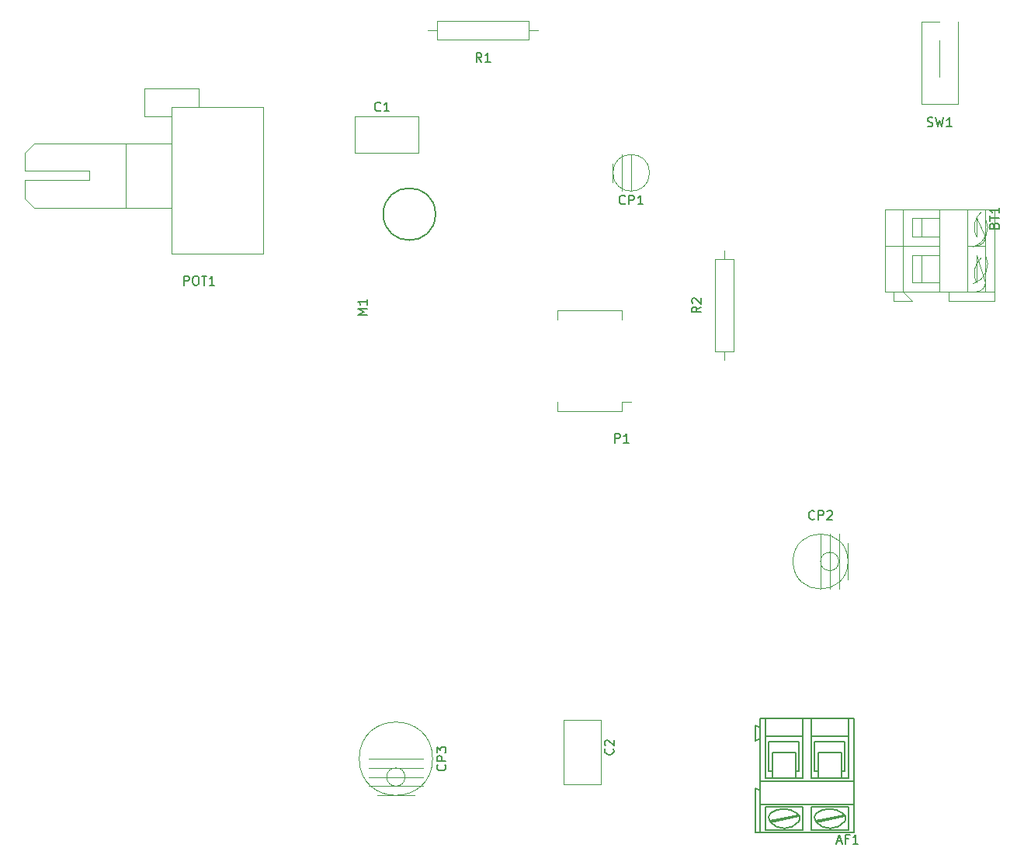
<source format=gbr>
G04 #@! TF.FileFunction,Legend,Top*
%FSLAX46Y46*%
G04 Gerber Fmt 4.6, Leading zero omitted, Abs format (unit mm)*
G04 Created by KiCad (PCBNEW 4.0.2+dfsg1-stable) date Ter 27 Nov 2018 10:20:08 -02*
%MOMM*%
G01*
G04 APERTURE LIST*
%ADD10C,0.100000*%
%ADD11C,0.150000*%
G04 APERTURE END LIST*
D10*
X200565000Y-88535000D02*
X200565000Y-90535000D01*
X200565000Y-90535000D02*
X202565000Y-90535000D01*
X202565000Y-88535000D02*
X202565000Y-90535000D01*
X200565000Y-88535000D02*
X202565000Y-88535000D01*
X200565000Y-92535000D02*
X200565000Y-95535000D01*
X200565000Y-95535000D02*
X202565000Y-95535000D01*
X202565000Y-92535000D02*
X202565000Y-95535000D01*
X200565000Y-92535000D02*
X202565000Y-92535000D01*
X208565000Y-96535000D02*
X205565000Y-96535000D01*
X208565000Y-96535000D02*
X208565000Y-87535000D01*
X208565000Y-96535000D02*
X208565000Y-97535000D01*
X208565000Y-97535000D02*
X203565000Y-97535000D01*
X203565000Y-97535000D02*
X203565000Y-96535000D01*
X197565000Y-97535000D02*
X197565000Y-96535000D01*
X197565000Y-96535000D02*
X196565000Y-96535000D01*
X199565000Y-97535000D02*
X198565000Y-96535000D01*
X198565000Y-96535000D02*
X197565000Y-96535000D01*
X199565000Y-97535000D02*
X197565000Y-97535000D01*
X196565000Y-91535000D02*
X198565000Y-91535000D01*
X202565000Y-96535000D02*
X198565000Y-96535000D01*
X196565000Y-91535000D02*
X196565000Y-96535000D01*
X196565000Y-96535000D02*
X196565000Y-96535000D01*
X196565000Y-91535000D02*
X198565000Y-91535000D01*
X196565000Y-91535000D02*
X196565000Y-91535000D01*
X202565000Y-87535000D02*
X198565000Y-87535000D01*
X196565000Y-87535000D02*
X196565000Y-87535000D01*
X196565000Y-87535000D02*
X196565000Y-91535000D01*
X198565000Y-91535000D02*
X198565000Y-96535000D01*
X198565000Y-91535000D02*
X202565000Y-91535000D01*
X198565000Y-96535000D02*
X196565000Y-96535000D01*
X198565000Y-91535000D02*
X198565000Y-87535000D01*
X198565000Y-91535000D02*
X202565000Y-91535000D01*
X198565000Y-87535000D02*
X196565000Y-87535000D01*
X199565000Y-95535000D02*
X202565000Y-95535000D01*
X199565000Y-95535000D02*
X199565000Y-92535000D01*
X199565000Y-92535000D02*
X202565000Y-92535000D01*
X199565000Y-90535000D02*
X202565000Y-90535000D01*
X199565000Y-90535000D02*
X199565000Y-88535000D01*
X199565000Y-88535000D02*
X202565000Y-88535000D01*
X202565000Y-88535000D02*
X202565000Y-88535000D01*
X202565000Y-90535000D02*
X202565000Y-90535000D01*
X202565000Y-92535000D02*
X202565000Y-92535000D01*
X202565000Y-95535000D02*
X202565000Y-95535000D01*
X196565000Y-87535000D02*
X202565000Y-87535000D01*
X202565000Y-87535000D02*
X205565000Y-87535000D01*
X203565000Y-96535000D02*
X202565000Y-96535000D01*
X202565000Y-96535000D02*
X198565000Y-96535000D01*
X205565000Y-87535000D02*
X205565000Y-96535000D01*
X205565000Y-87535000D02*
X208565000Y-87535000D01*
X205565000Y-96535000D02*
X203565000Y-96535000D01*
X205565000Y-91535000D02*
X207565000Y-91535000D01*
X207565000Y-91535000D02*
X207565000Y-96535000D01*
X207565000Y-96535000D02*
X205565000Y-96535000D01*
X205565000Y-96535000D02*
X205565000Y-91535000D01*
X205565000Y-91535000D02*
X207565000Y-91535000D01*
X205565000Y-91535000D02*
X205565000Y-87535000D01*
X205565000Y-87535000D02*
X207565000Y-87535000D01*
X207565000Y-91535000D02*
X207565000Y-87535000D01*
X206565000Y-92535000D02*
X207565000Y-95535000D01*
X206565000Y-92535000D02*
X206565000Y-95535000D01*
X206565000Y-88535000D02*
X207565000Y-90535000D01*
X206565000Y-88535000D02*
X206565000Y-90535000D01*
X202565000Y-87535000D02*
X202565000Y-88535000D01*
X202565000Y-91535000D02*
X202565000Y-90535000D01*
X202565000Y-90535000D02*
X202565000Y-88535000D01*
X202565000Y-87535000D02*
X202565000Y-88535000D01*
X202565000Y-88535000D02*
X202565000Y-90535000D01*
X202565000Y-90535000D02*
X202565000Y-92535000D01*
X202565000Y-96535000D02*
X202565000Y-95535000D01*
X202565000Y-95535000D02*
X202565000Y-92535000D01*
X202565000Y-96535000D02*
X202565000Y-95535000D01*
X202565000Y-91535000D02*
X202565000Y-92535000D01*
X202565000Y-92535000D02*
X202565000Y-95535000D01*
X206565000Y-96535000D02*
G75*
G03X207565000Y-95535000I0J1000000D01*
G01*
X207081436Y-92861967D02*
G75*
G03X206565000Y-95535000I1483564J-1673033D01*
G01*
X206202511Y-95678264D02*
G75*
G03X207565000Y-92535000I-637511J2143264D01*
G01*
X206565000Y-92535000D02*
G75*
G03X206565000Y-92535000I0J0D01*
G01*
X206565000Y-91535000D02*
G75*
G03X207565000Y-90535000I0J1000000D01*
G01*
X207081436Y-87861967D02*
G75*
G03X206565000Y-90535000I1483564J-1673033D01*
G01*
X206202511Y-91678264D02*
G75*
G03X207565000Y-88535000I-637511J2143264D01*
G01*
X206565000Y-88535000D02*
G75*
G03X206565000Y-88535000I0J0D01*
G01*
X138750800Y-77400400D02*
X145750800Y-77400400D01*
X145750800Y-77400400D02*
X145750800Y-81400400D01*
X145750800Y-81400400D02*
X138750800Y-81400400D01*
X138750800Y-81400400D02*
X138750800Y-77400400D01*
X165576000Y-143272000D02*
X165576000Y-150272000D01*
X165576000Y-150272000D02*
X161576000Y-150272000D01*
X161576000Y-150272000D02*
X161576000Y-143272000D01*
X161576000Y-143272000D02*
X165576000Y-143272000D01*
X146260000Y-147510000D02*
X140260000Y-147510000D01*
X146260000Y-147510000D02*
X140260000Y-147510000D01*
X146260000Y-148510000D02*
X140260000Y-148510000D01*
X146260000Y-148510000D02*
X140260000Y-148510000D01*
X146260000Y-148510000D02*
X140260000Y-148510000D01*
X146260000Y-148510000D02*
X143260000Y-148510000D01*
X143260000Y-148510000D02*
X140260000Y-148510000D01*
X146260000Y-148510000D02*
X143260000Y-148510000D01*
X143260000Y-148510000D02*
X140260000Y-148510000D01*
X146260000Y-148510000D02*
X143260000Y-148510000D01*
X143260000Y-148510000D02*
X140260000Y-148510000D01*
X146260000Y-148510000D02*
X143260000Y-148510000D01*
X143260000Y-148510000D02*
X140260000Y-148510000D01*
X146260000Y-149510000D02*
X143260000Y-149510000D01*
X143260000Y-149510000D02*
X140260000Y-149510000D01*
X146260000Y-149510000D02*
X143260000Y-149510000D01*
X143260000Y-149510000D02*
X140260000Y-149510000D01*
X146260000Y-149510000D02*
X143260000Y-149510000D01*
X143260000Y-149510000D02*
X140260000Y-149510000D01*
X146260000Y-149510000D02*
X144260000Y-149510000D01*
X142260000Y-149510000D02*
X140260000Y-149510000D01*
X146260000Y-149510000D02*
X143260000Y-149510000D01*
X143260000Y-149510000D02*
X140260000Y-149510000D01*
X146260000Y-149510000D02*
X143260000Y-149510000D01*
X143260000Y-149510000D02*
X140260000Y-149510000D01*
X146260000Y-149510000D02*
X143260000Y-149510000D01*
X143260000Y-149510000D02*
X140260000Y-149510000D01*
X146260000Y-150510000D02*
X143260000Y-150510000D01*
X143260000Y-150510000D02*
X140260000Y-150510000D01*
X146260000Y-150510000D02*
X143260000Y-150510000D01*
X143260000Y-150510000D02*
X140260000Y-150510000D01*
X146260000Y-150510000D02*
X143260000Y-150510000D01*
X143260000Y-150510000D02*
X140260000Y-150510000D01*
X145260000Y-150510000D02*
X143260000Y-150510000D01*
X143260000Y-150510000D02*
X141260000Y-150510000D01*
X145260000Y-150510000D02*
X141260000Y-150510000D01*
X145260000Y-150510000D02*
X141260000Y-150510000D01*
X145260000Y-150510000D02*
X141260000Y-150510000D01*
X145260000Y-151510000D02*
X141260000Y-151510000D01*
X145260000Y-151510000D02*
X141260000Y-151510000D01*
X144260000Y-151510000D02*
X142260000Y-151510000D01*
X144260000Y-151510000D02*
X142260000Y-151510000D01*
X144260000Y-151510000D02*
X142260000Y-151510000D01*
X143260000Y-151510000D02*
X143260000Y-151510000D01*
X144260000Y-149510000D02*
G75*
G03X144260000Y-149510000I-1000000J0D01*
G01*
X147260000Y-147510000D02*
G75*
G03X147260000Y-147510000I-4000000J0D01*
G01*
D11*
X147569806Y-88080000D02*
G75*
G03X147569806Y-88080000I-2839806J0D01*
G01*
D10*
X167894000Y-109569000D02*
X167894000Y-108569000D01*
X160894000Y-109569000D02*
X160894000Y-108569000D01*
X160894000Y-98569000D02*
X160894000Y-99569000D01*
X167894000Y-98569000D02*
X167894000Y-99569000D01*
X167894000Y-109569000D02*
X160894000Y-109569000D01*
X167894000Y-98569000D02*
X160894000Y-98569000D01*
X167894000Y-108569000D02*
X168894000Y-108569000D01*
X102793000Y-84375000D02*
X102793000Y-86375000D01*
X102793000Y-81375000D02*
X102793000Y-83375000D01*
X109793000Y-84375000D02*
X109793000Y-83375000D01*
X121793000Y-74375000D02*
X115793000Y-74375000D01*
X115793000Y-74375000D02*
X115793000Y-77375000D01*
X115793000Y-77375000D02*
X118793000Y-77375000D01*
X121793000Y-74375000D02*
X121793000Y-76375000D01*
X109793000Y-83375000D02*
X102793000Y-83375000D01*
X102793000Y-84375000D02*
X109793000Y-84375000D01*
X113793000Y-87375000D02*
X103793000Y-87375000D01*
X103793000Y-87375000D02*
X102793000Y-86375000D01*
X102793000Y-81375000D02*
X103793000Y-80375000D01*
X103793000Y-80375000D02*
X113793000Y-80375000D01*
X118793000Y-87375000D02*
X113793000Y-87375000D01*
X113793000Y-87375000D02*
X113793000Y-80375000D01*
X113793000Y-80375000D02*
X118793000Y-80375000D01*
X118793000Y-92375000D02*
X118793000Y-76375000D01*
X118793000Y-76375000D02*
X128793000Y-76375000D01*
X128793000Y-76375000D02*
X128793000Y-92375000D01*
X128793000Y-92375000D02*
X118793000Y-92375000D01*
X157766000Y-69021200D02*
X157766000Y-67021200D01*
X157766000Y-67021200D02*
X147766000Y-67021200D01*
X147766000Y-67021200D02*
X147766000Y-69021200D01*
X147766000Y-69021200D02*
X157766000Y-69021200D01*
X146766000Y-68021200D02*
X147766000Y-68021200D01*
X158766000Y-68021200D02*
X157766000Y-68021200D01*
X178070000Y-103030000D02*
X180070000Y-103030000D01*
X180070000Y-103030000D02*
X180070000Y-93030000D01*
X180070000Y-93030000D02*
X178070000Y-93030000D01*
X178070000Y-93030000D02*
X178070000Y-103030000D01*
X179070000Y-92030000D02*
X179070000Y-93030000D01*
X179070000Y-104030000D02*
X179070000Y-103030000D01*
X204565000Y-76072000D02*
X200565000Y-76072000D01*
X202565000Y-67072000D02*
X200565000Y-67072000D01*
X204565000Y-76072000D02*
X204565000Y-67072000D01*
X200565000Y-76072000D02*
X200565000Y-67072000D01*
X202565000Y-71072000D02*
X202565000Y-71072000D01*
X202565000Y-73072000D02*
X202565000Y-69072000D01*
X202565000Y-69072000D02*
X202565000Y-69072000D01*
X202565000Y-69072000D02*
X202565000Y-73072000D01*
X202565000Y-73072000D02*
X202565000Y-73072000D01*
D11*
X191861200Y-146812000D02*
X189321200Y-146812000D01*
X189321200Y-146812000D02*
X189321200Y-149606000D01*
X191861200Y-149606000D02*
X189321200Y-149606000D01*
X191861200Y-146812000D02*
X191861200Y-149606000D01*
X186857400Y-146812000D02*
X184317400Y-146812000D01*
X184317400Y-146812000D02*
X184317400Y-149606000D01*
X186857400Y-149606000D02*
X184317400Y-149606000D01*
X186857400Y-146812000D02*
X186857400Y-149606000D01*
X182996600Y-155575000D02*
X182996600Y-152527000D01*
X182996600Y-155575000D02*
X193181600Y-155575000D01*
X182996600Y-155575000D02*
X182488600Y-155575000D01*
X182488600Y-155575000D02*
X182488600Y-150749000D01*
X182488600Y-150749000D02*
X182996600Y-151003000D01*
X182488600Y-143891000D02*
X182996600Y-144145000D01*
X182996600Y-144145000D02*
X182996600Y-143129000D01*
X182488600Y-145542000D02*
X182996600Y-145288000D01*
X182996600Y-145288000D02*
X182996600Y-144145000D01*
X182488600Y-145542000D02*
X182488600Y-143891000D01*
X187619400Y-143129000D02*
X187619400Y-145034000D01*
X183555400Y-149606000D02*
X183555400Y-145034000D01*
X187619400Y-143129000D02*
X183555400Y-143129000D01*
X183555400Y-143129000D02*
X182996600Y-143129000D01*
X188559200Y-143129000D02*
X188559200Y-145034000D01*
X188559200Y-143129000D02*
X187619400Y-143129000D01*
X192623200Y-149606000D02*
X192623200Y-145034000D01*
X193181600Y-143129000D02*
X192623200Y-143129000D01*
X192623200Y-143129000D02*
X188559200Y-143129000D01*
X187619400Y-145034000D02*
X183555400Y-145034000D01*
X187619400Y-145034000D02*
X187619400Y-149606000D01*
X183555400Y-145034000D02*
X183555400Y-143129000D01*
X188559200Y-145034000D02*
X192623200Y-145034000D01*
X188559200Y-145034000D02*
X188559200Y-149606000D01*
X192623200Y-145034000D02*
X192623200Y-143129000D01*
X183936400Y-145669000D02*
X183936400Y-148844000D01*
X183936400Y-145669000D02*
X187238400Y-145669000D01*
X187238400Y-145669000D02*
X187238400Y-148844000D01*
X188940200Y-145669000D02*
X188940200Y-148844000D01*
X188940200Y-145669000D02*
X192242200Y-145669000D01*
X192242200Y-145669000D02*
X192242200Y-148844000D01*
X192242200Y-148844000D02*
X191861200Y-148844000D01*
X188940200Y-148844000D02*
X189321200Y-148844000D01*
X187238400Y-148844000D02*
X186857400Y-148844000D01*
X183936400Y-148844000D02*
X184317400Y-148844000D01*
X193181600Y-143129000D02*
X193181600Y-149987000D01*
X193181600Y-149987000D02*
X193181600Y-152527000D01*
X182996600Y-151003000D02*
X182996600Y-149987000D01*
X182996600Y-149987000D02*
X182996600Y-145288000D01*
X193181600Y-152527000D02*
X182996600Y-152527000D01*
X193181600Y-152527000D02*
X193181600Y-155575000D01*
X182996600Y-152527000D02*
X182996600Y-151003000D01*
X187619400Y-152781000D02*
X187619400Y-155321000D01*
X187619400Y-155321000D02*
X183555400Y-155321000D01*
X183555400Y-155321000D02*
X183555400Y-152781000D01*
X183555400Y-152781000D02*
X187619400Y-152781000D01*
X188559200Y-152781000D02*
X188559200Y-155321000D01*
X188559200Y-152781000D02*
X192623200Y-152781000D01*
X192623200Y-152781000D02*
X192623200Y-155321000D01*
X188559200Y-155321000D02*
X192623200Y-155321000D01*
X187213000Y-153797000D02*
X184165000Y-154432000D01*
X187086000Y-153670000D02*
X184038000Y-154305000D01*
X192216800Y-153797000D02*
X189166260Y-154432000D01*
X192089800Y-153670000D02*
X189041800Y-154305000D01*
X192623200Y-149606000D02*
X192242200Y-149606000D01*
X188559200Y-149606000D02*
X188940200Y-149606000D01*
X188940200Y-149606000D02*
X192242200Y-149606000D01*
X193181600Y-149987000D02*
X192242200Y-149987000D01*
X192242200Y-149987000D02*
X188940200Y-149987000D01*
X188940200Y-149987000D02*
X187238400Y-149987000D01*
X182996600Y-149987000D02*
X183936400Y-149987000D01*
X183936400Y-149987000D02*
X187238400Y-149987000D01*
X183555400Y-149606000D02*
X183936400Y-149606000D01*
X187619400Y-149606000D02*
X187238400Y-149606000D01*
X187238400Y-149606000D02*
X183936400Y-149606000D01*
X184118628Y-153437430D02*
G75*
G03X184065940Y-154404060I452772J-509430D01*
G01*
X187061328Y-153517104D02*
G75*
G03X184073560Y-153469340I-1524728J-1905496D01*
G01*
X184062189Y-154408844D02*
G75*
G03X187213000Y-154355800I1553151J1348444D01*
G01*
X187161697Y-154405481D02*
G75*
G03X187019960Y-153479500I-431297J407821D01*
G01*
X189122451Y-153434890D02*
G75*
G03X189067200Y-154404060I452749J-511970D01*
G01*
X192062588Y-153517104D02*
G75*
G03X189074820Y-153469340I-1524728J-1905496D01*
G01*
X189060027Y-154413847D02*
G75*
G03X192216800Y-154355800I1554033J1353447D01*
G01*
X192166120Y-154403019D02*
G75*
G03X192021220Y-153479500I-431920J405359D01*
G01*
D10*
X168926000Y-85566000D02*
X168926000Y-81566000D01*
X168926000Y-85566000D02*
X168926000Y-83566000D01*
X168926000Y-83566000D02*
X168926000Y-81566000D01*
X168926000Y-85566000D02*
X168926000Y-83566000D01*
X168926000Y-83566000D02*
X168926000Y-81566000D01*
X168926000Y-85566000D02*
X168926000Y-83566000D01*
X168926000Y-83566000D02*
X168926000Y-81566000D01*
X168926000Y-85566000D02*
X168926000Y-83566000D01*
X168926000Y-83566000D02*
X168926000Y-81566000D01*
X168926000Y-85566000D02*
X168926000Y-83566000D01*
X168926000Y-83566000D02*
X168926000Y-81566000D01*
X168926000Y-85566000D02*
X168926000Y-83566000D01*
X168926000Y-83566000D02*
X168926000Y-81566000D01*
X167926000Y-85566000D02*
X167926000Y-83566000D01*
X167926000Y-83566000D02*
X167926000Y-81566000D01*
X167926000Y-85566000D02*
X167926000Y-83566000D01*
X167926000Y-83566000D02*
X167926000Y-81566000D01*
X167926000Y-85566000D02*
X167926000Y-83566000D01*
X167926000Y-83566000D02*
X167926000Y-81566000D01*
X167926000Y-85566000D02*
X167926000Y-83566000D01*
X167926000Y-83566000D02*
X167926000Y-81566000D01*
X167926000Y-84566000D02*
X167926000Y-83566000D01*
X167926000Y-83566000D02*
X167926000Y-82566000D01*
X167926000Y-84566000D02*
X167926000Y-83566000D01*
X167926000Y-83566000D02*
X167926000Y-82566000D01*
X167926000Y-84566000D02*
X167926000Y-82566000D01*
X166926000Y-84566000D02*
X166926000Y-82566000D01*
X166926000Y-84566000D02*
X166926000Y-82566000D01*
X166926000Y-83566000D02*
X166926000Y-83566000D01*
X166926000Y-83566000D02*
X166926000Y-83566000D01*
X167926000Y-83566000D02*
G75*
G03X167926000Y-83566000I0J0D01*
G01*
X170926000Y-83566000D02*
G75*
G03X170926000Y-83566000I-2000000J0D01*
G01*
X189569600Y-122984000D02*
X189569600Y-128984000D01*
X189569600Y-122984000D02*
X189569600Y-128984000D01*
X189569600Y-122984000D02*
X189569600Y-125984000D01*
X189569600Y-125984000D02*
X189569600Y-128984000D01*
X189569600Y-122984000D02*
X189569600Y-125984000D01*
X189569600Y-125984000D02*
X189569600Y-128984000D01*
X189569600Y-122984000D02*
X189569600Y-125984000D01*
X189569600Y-125984000D02*
X189569600Y-128984000D01*
X190569600Y-122984000D02*
X190569600Y-125984000D01*
X190569600Y-125984000D02*
X190569600Y-128984000D01*
X190569600Y-122984000D02*
X190569600Y-125984000D01*
X190569600Y-125984000D02*
X190569600Y-128984000D01*
X190569600Y-122984000D02*
X190569600Y-125984000D01*
X190569600Y-125984000D02*
X190569600Y-128984000D01*
X190569600Y-122984000D02*
X190569600Y-125984000D01*
X190569600Y-125984000D02*
X190569600Y-128984000D01*
X190569600Y-122984000D02*
X190569600Y-125984000D01*
X190569600Y-125984000D02*
X190569600Y-128984000D01*
X190569600Y-122984000D02*
X190569600Y-125984000D01*
X190569600Y-125984000D02*
X190569600Y-128984000D01*
X190569600Y-122984000D02*
X190569600Y-125984000D01*
X190569600Y-125984000D02*
X190569600Y-128984000D01*
X191569600Y-122984000D02*
X191569600Y-125984000D01*
X191569600Y-125984000D02*
X191569600Y-128984000D01*
X191569600Y-122984000D02*
X191569600Y-125984000D01*
X191569600Y-125984000D02*
X191569600Y-128984000D01*
X191569600Y-122984000D02*
X191569600Y-125984000D01*
X191569600Y-125984000D02*
X191569600Y-128984000D01*
X191569600Y-122984000D02*
X191569600Y-125984000D01*
X191569600Y-125984000D02*
X191569600Y-128984000D01*
X191569600Y-123984000D02*
X191569600Y-127984000D01*
X191569600Y-123984000D02*
X191569600Y-127984000D01*
X191569600Y-123984000D02*
X191569600Y-127984000D01*
X191569600Y-123984000D02*
X191569600Y-127984000D01*
X192569600Y-123984000D02*
X192569600Y-127984000D01*
X192569600Y-123984000D02*
X192569600Y-127984000D01*
X192569600Y-123984000D02*
X192569600Y-127984000D01*
X192569600Y-124984000D02*
X192569600Y-126984000D01*
X192569600Y-124984000D02*
X192569600Y-126984000D01*
X192569600Y-124984000D02*
X192569600Y-126984000D01*
X192569600Y-125984000D02*
X192569600Y-125984000D01*
X191569600Y-125984000D02*
G75*
G03X191569600Y-125984000I-1000000J0D01*
G01*
X192569600Y-125984000D02*
G75*
G03X192569600Y-125984000I-3000000J0D01*
G01*
D11*
X208493571Y-89320714D02*
X208541190Y-89177857D01*
X208588810Y-89130238D01*
X208684048Y-89082619D01*
X208826905Y-89082619D01*
X208922143Y-89130238D01*
X208969762Y-89177857D01*
X209017381Y-89273095D01*
X209017381Y-89654048D01*
X208017381Y-89654048D01*
X208017381Y-89320714D01*
X208065000Y-89225476D01*
X208112619Y-89177857D01*
X208207857Y-89130238D01*
X208303095Y-89130238D01*
X208398333Y-89177857D01*
X208445952Y-89225476D01*
X208493571Y-89320714D01*
X208493571Y-89654048D01*
X208017381Y-88796905D02*
X208017381Y-88225476D01*
X209017381Y-88511191D02*
X208017381Y-88511191D01*
X209017381Y-87368333D02*
X209017381Y-87939762D01*
X209017381Y-87654048D02*
X208017381Y-87654048D01*
X208160238Y-87749286D01*
X208255476Y-87844524D01*
X208303095Y-87939762D01*
X141584134Y-76757543D02*
X141536515Y-76805162D01*
X141393658Y-76852781D01*
X141298420Y-76852781D01*
X141155562Y-76805162D01*
X141060324Y-76709924D01*
X141012705Y-76614686D01*
X140965086Y-76424210D01*
X140965086Y-76281352D01*
X141012705Y-76090876D01*
X141060324Y-75995638D01*
X141155562Y-75900400D01*
X141298420Y-75852781D01*
X141393658Y-75852781D01*
X141536515Y-75900400D01*
X141584134Y-75948019D01*
X142536515Y-76852781D02*
X141965086Y-76852781D01*
X142250800Y-76852781D02*
X142250800Y-75852781D01*
X142155562Y-75995638D01*
X142060324Y-76090876D01*
X141965086Y-76138495D01*
X166933143Y-146438666D02*
X166980762Y-146486285D01*
X167028381Y-146629142D01*
X167028381Y-146724380D01*
X166980762Y-146867238D01*
X166885524Y-146962476D01*
X166790286Y-147010095D01*
X166599810Y-147057714D01*
X166456952Y-147057714D01*
X166266476Y-147010095D01*
X166171238Y-146962476D01*
X166076000Y-146867238D01*
X166028381Y-146724380D01*
X166028381Y-146629142D01*
X166076000Y-146486285D01*
X166123619Y-146438666D01*
X166123619Y-146057714D02*
X166076000Y-146010095D01*
X166028381Y-145914857D01*
X166028381Y-145676761D01*
X166076000Y-145581523D01*
X166123619Y-145533904D01*
X166218857Y-145486285D01*
X166314095Y-145486285D01*
X166456952Y-145533904D01*
X167028381Y-146105333D01*
X167028381Y-145486285D01*
X148617143Y-148176666D02*
X148664762Y-148224285D01*
X148712381Y-148367142D01*
X148712381Y-148462380D01*
X148664762Y-148605238D01*
X148569524Y-148700476D01*
X148474286Y-148748095D01*
X148283810Y-148795714D01*
X148140952Y-148795714D01*
X147950476Y-148748095D01*
X147855238Y-148700476D01*
X147760000Y-148605238D01*
X147712381Y-148462380D01*
X147712381Y-148367142D01*
X147760000Y-148224285D01*
X147807619Y-148176666D01*
X148712381Y-147748095D02*
X147712381Y-147748095D01*
X147712381Y-147367142D01*
X147760000Y-147271904D01*
X147807619Y-147224285D01*
X147902857Y-147176666D01*
X148045714Y-147176666D01*
X148140952Y-147224285D01*
X148188571Y-147271904D01*
X148236190Y-147367142D01*
X148236190Y-147748095D01*
X147712381Y-146843333D02*
X147712381Y-146224285D01*
X148093333Y-146557619D01*
X148093333Y-146414761D01*
X148140952Y-146319523D01*
X148188571Y-146271904D01*
X148283810Y-146224285D01*
X148521905Y-146224285D01*
X148617143Y-146271904D01*
X148664762Y-146319523D01*
X148712381Y-146414761D01*
X148712381Y-146700476D01*
X148664762Y-146795714D01*
X148617143Y-146843333D01*
X140102381Y-99049524D02*
X139102381Y-99049524D01*
X139816667Y-98716190D01*
X139102381Y-98382857D01*
X140102381Y-98382857D01*
X140102381Y-97382857D02*
X140102381Y-97954286D01*
X140102381Y-97668572D02*
X139102381Y-97668572D01*
X139245238Y-97763810D01*
X139340476Y-97859048D01*
X139388095Y-97954286D01*
X167155905Y-113021381D02*
X167155905Y-112021381D01*
X167536858Y-112021381D01*
X167632096Y-112069000D01*
X167679715Y-112116619D01*
X167727334Y-112211857D01*
X167727334Y-112354714D01*
X167679715Y-112449952D01*
X167632096Y-112497571D01*
X167536858Y-112545190D01*
X167155905Y-112545190D01*
X168679715Y-113021381D02*
X168108286Y-113021381D01*
X168394000Y-113021381D02*
X168394000Y-112021381D01*
X168298762Y-112164238D01*
X168203524Y-112259476D01*
X168108286Y-112307095D01*
X120150143Y-95827381D02*
X120150143Y-94827381D01*
X120531096Y-94827381D01*
X120626334Y-94875000D01*
X120673953Y-94922619D01*
X120721572Y-95017857D01*
X120721572Y-95160714D01*
X120673953Y-95255952D01*
X120626334Y-95303571D01*
X120531096Y-95351190D01*
X120150143Y-95351190D01*
X121340619Y-94827381D02*
X121531096Y-94827381D01*
X121626334Y-94875000D01*
X121721572Y-94970238D01*
X121769191Y-95160714D01*
X121769191Y-95494048D01*
X121721572Y-95684524D01*
X121626334Y-95779762D01*
X121531096Y-95827381D01*
X121340619Y-95827381D01*
X121245381Y-95779762D01*
X121150143Y-95684524D01*
X121102524Y-95494048D01*
X121102524Y-95160714D01*
X121150143Y-94970238D01*
X121245381Y-94875000D01*
X121340619Y-94827381D01*
X122054905Y-94827381D02*
X122626334Y-94827381D01*
X122340619Y-95827381D02*
X122340619Y-94827381D01*
X123483477Y-95827381D02*
X122912048Y-95827381D01*
X123197762Y-95827381D02*
X123197762Y-94827381D01*
X123102524Y-94970238D01*
X123007286Y-95065476D01*
X122912048Y-95113095D01*
X152599334Y-71473581D02*
X152266000Y-70997390D01*
X152027905Y-71473581D02*
X152027905Y-70473581D01*
X152408858Y-70473581D01*
X152504096Y-70521200D01*
X152551715Y-70568819D01*
X152599334Y-70664057D01*
X152599334Y-70806914D01*
X152551715Y-70902152D01*
X152504096Y-70949771D01*
X152408858Y-70997390D01*
X152027905Y-70997390D01*
X153551715Y-71473581D02*
X152980286Y-71473581D01*
X153266000Y-71473581D02*
X153266000Y-70473581D01*
X153170762Y-70616438D01*
X153075524Y-70711676D01*
X152980286Y-70759295D01*
X176522381Y-98196666D02*
X176046190Y-98530000D01*
X176522381Y-98768095D02*
X175522381Y-98768095D01*
X175522381Y-98387142D01*
X175570000Y-98291904D01*
X175617619Y-98244285D01*
X175712857Y-98196666D01*
X175855714Y-98196666D01*
X175950952Y-98244285D01*
X175998571Y-98291904D01*
X176046190Y-98387142D01*
X176046190Y-98768095D01*
X175617619Y-97815714D02*
X175570000Y-97768095D01*
X175522381Y-97672857D01*
X175522381Y-97434761D01*
X175570000Y-97339523D01*
X175617619Y-97291904D01*
X175712857Y-97244285D01*
X175808095Y-97244285D01*
X175950952Y-97291904D01*
X176522381Y-97863333D01*
X176522381Y-97244285D01*
X201231667Y-78476762D02*
X201374524Y-78524381D01*
X201612620Y-78524381D01*
X201707858Y-78476762D01*
X201755477Y-78429143D01*
X201803096Y-78333905D01*
X201803096Y-78238667D01*
X201755477Y-78143429D01*
X201707858Y-78095810D01*
X201612620Y-78048190D01*
X201422143Y-78000571D01*
X201326905Y-77952952D01*
X201279286Y-77905333D01*
X201231667Y-77810095D01*
X201231667Y-77714857D01*
X201279286Y-77619619D01*
X201326905Y-77572000D01*
X201422143Y-77524381D01*
X201660239Y-77524381D01*
X201803096Y-77572000D01*
X202136429Y-77524381D02*
X202374524Y-78524381D01*
X202565001Y-77810095D01*
X202755477Y-78524381D01*
X202993572Y-77524381D01*
X203898334Y-78524381D02*
X203326905Y-78524381D01*
X203612619Y-78524381D02*
X203612619Y-77524381D01*
X203517381Y-77667238D01*
X203422143Y-77762476D01*
X203326905Y-77810095D01*
X191378743Y-156503667D02*
X191854934Y-156503667D01*
X191283505Y-156789381D02*
X191616838Y-155789381D01*
X191950172Y-156789381D01*
X192616839Y-156265571D02*
X192283505Y-156265571D01*
X192283505Y-156789381D02*
X192283505Y-155789381D01*
X192759696Y-155789381D01*
X193664458Y-156789381D02*
X193093029Y-156789381D01*
X193378743Y-156789381D02*
X193378743Y-155789381D01*
X193283505Y-155932238D01*
X193188267Y-156027476D01*
X193093029Y-156075095D01*
X168259334Y-86923143D02*
X168211715Y-86970762D01*
X168068858Y-87018381D01*
X167973620Y-87018381D01*
X167830762Y-86970762D01*
X167735524Y-86875524D01*
X167687905Y-86780286D01*
X167640286Y-86589810D01*
X167640286Y-86446952D01*
X167687905Y-86256476D01*
X167735524Y-86161238D01*
X167830762Y-86066000D01*
X167973620Y-86018381D01*
X168068858Y-86018381D01*
X168211715Y-86066000D01*
X168259334Y-86113619D01*
X168687905Y-87018381D02*
X168687905Y-86018381D01*
X169068858Y-86018381D01*
X169164096Y-86066000D01*
X169211715Y-86113619D01*
X169259334Y-86208857D01*
X169259334Y-86351714D01*
X169211715Y-86446952D01*
X169164096Y-86494571D01*
X169068858Y-86542190D01*
X168687905Y-86542190D01*
X170211715Y-87018381D02*
X169640286Y-87018381D01*
X169926000Y-87018381D02*
X169926000Y-86018381D01*
X169830762Y-86161238D01*
X169735524Y-86256476D01*
X169640286Y-86304095D01*
X188902934Y-121341143D02*
X188855315Y-121388762D01*
X188712458Y-121436381D01*
X188617220Y-121436381D01*
X188474362Y-121388762D01*
X188379124Y-121293524D01*
X188331505Y-121198286D01*
X188283886Y-121007810D01*
X188283886Y-120864952D01*
X188331505Y-120674476D01*
X188379124Y-120579238D01*
X188474362Y-120484000D01*
X188617220Y-120436381D01*
X188712458Y-120436381D01*
X188855315Y-120484000D01*
X188902934Y-120531619D01*
X189331505Y-121436381D02*
X189331505Y-120436381D01*
X189712458Y-120436381D01*
X189807696Y-120484000D01*
X189855315Y-120531619D01*
X189902934Y-120626857D01*
X189902934Y-120769714D01*
X189855315Y-120864952D01*
X189807696Y-120912571D01*
X189712458Y-120960190D01*
X189331505Y-120960190D01*
X190283886Y-120531619D02*
X190331505Y-120484000D01*
X190426743Y-120436381D01*
X190664839Y-120436381D01*
X190760077Y-120484000D01*
X190807696Y-120531619D01*
X190855315Y-120626857D01*
X190855315Y-120722095D01*
X190807696Y-120864952D01*
X190236267Y-121436381D01*
X190855315Y-121436381D01*
M02*

</source>
